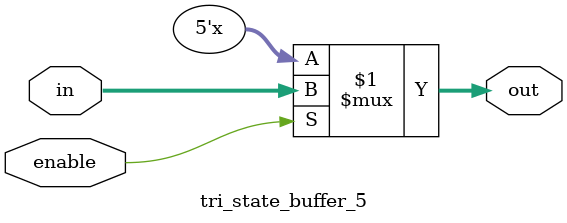
<source format=v>
module tri_state_buffer_5(in, enable, out);
    input [4:0] in;
    input enable;
    output [4:0] out;

    assign out = enable ? in : 5'bz;

endmodule
</source>
